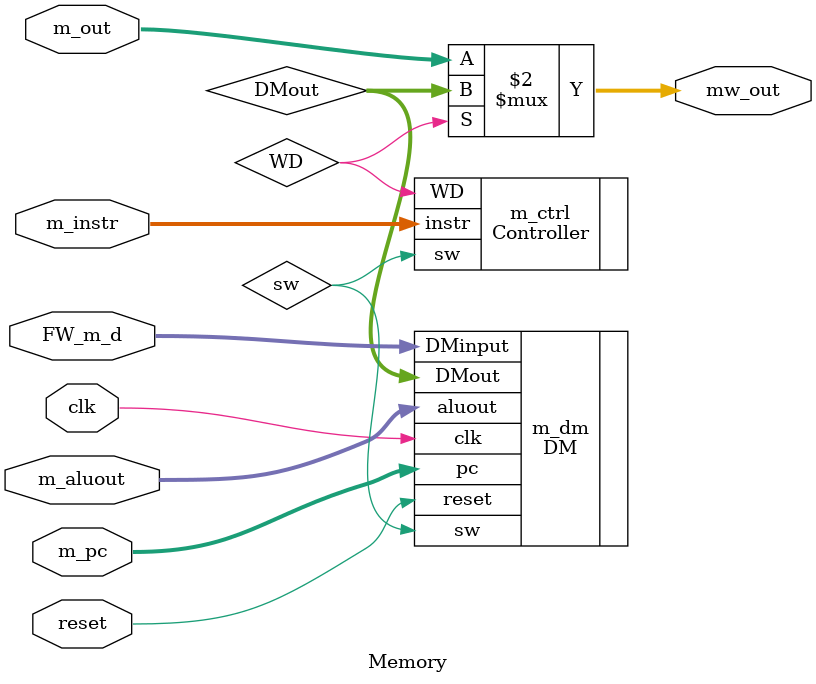
<source format=v>
module Memory (
    input clk,
    input reset,
    input [31:0] m_aluout,
    input [31:0] m_instr,
    input [31:0] m_pc,
	 input [31:0] m_out,
    
    input [31:0] FW_m_d,
    output [31:0] mw_out
);
    wire [31:0] DMout;
    wire sw, WD;
    assign mw_out = (WD == 1) ? DMout : m_out;

    Controller m_ctrl (
    .instr(m_instr), 
    .sw(sw),
    .WD(WD)
    );

    DM m_dm (
    .aluout(m_aluout), 
    .DMinput(FW_m_d), 
    .pc(m_pc), 
    .sw(sw), 
    .clk(clk), 
    .reset(reset), 
    .DMout(DMout)
    );

endmodule
</source>
